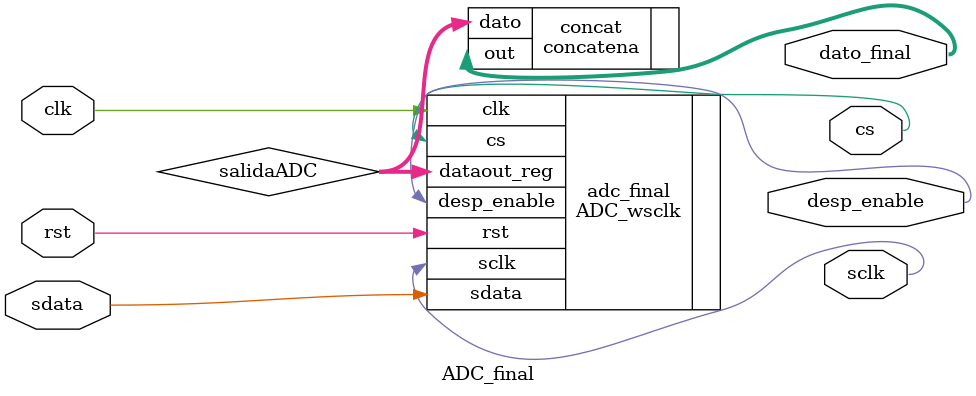
<source format=v>
`timescale 1ns / 1ps

module ADC_final#(parameter cant_bits = 25)(
	input wire clk,rst,sdata,
	output wire cs, sclk, desp_enable,
	output wire signed [cant_bits-1:0] dato_final
    );

wire [11:0] salidaADC;

ADC_wsclk adc_final (
    .clk(clk), 
    .rst(rst), 
    .sdata(sdata), 
    .dataout_reg(salidaADC), 
    .cs(cs), 
    .sclk(sclk), 
    .desp_enable(desp_enable)
    );
	 
concatena concat (
    .dato(salidaADC), 
    .out(dato_final)
    );

endmodule

</source>
